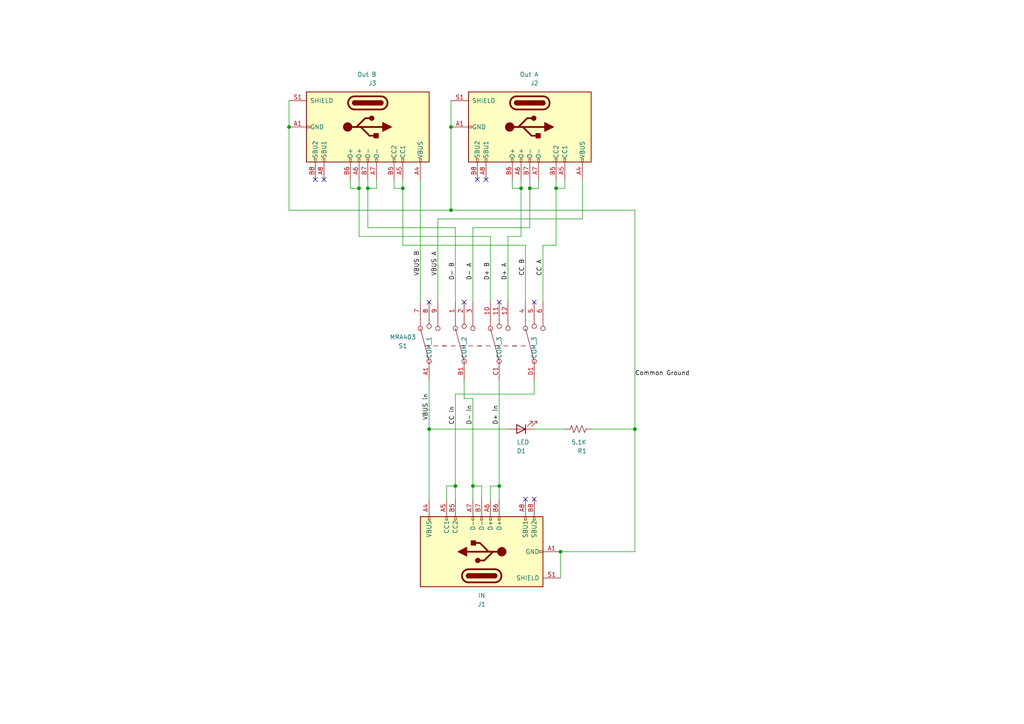
<source format=kicad_sch>
(kicad_sch (version 20211123) (generator eeschema)
  (paper "A4")
  (lib_symbols
    (symbol "Connector:USB_C_Receptacle_USB2.0" (pin_names (offset 1.016))
      (property "Reference" "J" (at -10.16 19.05 0))
      (property "Value" "USB_C_Receptacle_USB2.0" (at 19.05 19.05 0))
      (symbol "USB_C_Receptacle_USB2.0_0_0"
        (rectangle (start -0.254 -17.78) (end 0.254 -16.764))
        (rectangle (start 10.16 -14.986) (end 9.144 -15.494))
        (rectangle (start 10.16 -12.446) (end 9.144 -12.954))
        (rectangle (start 10.16 -4.826) (end 9.144 -5.334))
        (rectangle (start 10.16 -2.286) (end 9.144 -2.794))
        (rectangle (start 10.16 0.254) (end 9.144 -0.254))
        (rectangle (start 10.16 2.794) (end 9.144 2.286))
        (rectangle (start 10.16 7.874) (end 9.144 7.366))
        (rectangle (start 10.16 10.414) (end 9.144 9.906))
        (rectangle (start 10.16 15.494) (end 9.144 14.986))
      )
      (symbol "USB_C_Receptacle_USB2.0_0_1"
        (rectangle (start -10.16 17.78) (end 10.16 -17.78) (stroke (width 0.254)) (fill (type background)))
        (arc (start -8.89 -3.81) (mid -6.985 -5.715) (end -5.08 -3.81) (stroke (width 0.508)))
        (arc (start -7.62 -3.81) (mid -6.985 -4.445) (end -6.35 -3.81) (stroke (width 0.254)))
        (arc (start -7.62 -3.81) (mid -6.985 -4.445) (end -6.35 -3.81) (stroke (width 0.254)) (fill (type outline)))
        (rectangle (start -7.62 -3.81) (end -6.35 3.81) (stroke (width 0.254)) (fill (type outline)))
        (arc (start -6.35 3.81) (mid -6.985 4.445) (end -7.62 3.81) (stroke (width 0.254)))
        (arc (start -6.35 3.81) (mid -6.985 4.445) (end -7.62 3.81) (stroke (width 0.254)) (fill (type outline)))
        (arc (start -5.08 3.81) (mid -6.985 5.715) (end -8.89 3.81) (stroke (width 0.508)))
        (circle (center -2.54 1.143) (radius 0.635) (stroke (width 0.254)) (fill (type outline)))
        (circle (center 0 -5.842) (radius 1.27) (fill (type outline)))
        (polyline (pts (xy -8.89 -3.81) (xy -8.89 3.81)) (stroke (width 0.508)))
        (polyline (pts (xy -5.08 3.81) (xy -5.08 -3.81)) (stroke (width 0.508)))
        (polyline (pts (xy 0 -5.842) (xy 0 4.318)) (stroke (width 0.508)))
        (polyline (pts (xy 0 -3.302) (xy -2.54 -0.762) (xy -2.54 0.508)) (stroke (width 0.508)))
        (polyline (pts (xy 0 -2.032) (xy 2.54 0.508) (xy 2.54 1.778)) (stroke (width 0.508)))
        (polyline (pts (xy -1.27 4.318) (xy 0 6.858) (xy 1.27 4.318) (xy -1.27 4.318)) (stroke (width 0.254)) (fill (type outline)))
        (rectangle (start 1.905 1.778) (end 3.175 3.048) (stroke (width 0.254)) (fill (type outline)))
      )
      (symbol "USB_C_Receptacle_USB2.0_1_1"
        (pin passive line (at 0 -22.86 90) (length 5.08) (name "GND") (number "A1"))
        (pin passive line (at 0 -22.86 90) (length 5.08) hide (name "GND") (number "A12"))
        (pin passive line (at 15.24 15.24 180) (length 5.08) (name "VBUS") (number "A4"))
        (pin bidirectional line (at 15.24 10.16 180) (length 5.08) (name "CC1") (number "A5"))
        (pin bidirectional line (at 15.24 -2.54 180) (length 5.08) (name "D+") (number "A6"))
        (pin bidirectional line (at 15.24 2.54 180) (length 5.08) (name "D-") (number "A7"))
        (pin bidirectional line (at 15.24 -12.7 180) (length 5.08) (name "SBU1") (number "A8"))
        (pin passive line (at 15.24 15.24 180) (length 5.08) hide (name "VBUS") (number "A9"))
        (pin passive line (at 0 -22.86 90) (length 5.08) hide (name "GND") (number "B1"))
        (pin passive line (at 0 -22.86 90) (length 5.08) hide (name "GND") (number "B12"))
        (pin passive line (at 15.24 15.24 180) (length 5.08) hide (name "VBUS") (number "B4"))
        (pin bidirectional line (at 15.24 7.62 180) (length 5.08) (name "CC2") (number "B5"))
        (pin bidirectional line (at 15.24 -5.08 180) (length 5.08) (name "D+") (number "B6"))
        (pin bidirectional line (at 15.24 0 180) (length 5.08) (name "D-") (number "B7"))
        (pin bidirectional line (at 15.24 -15.24 180) (length 5.08) (name "SBU2") (number "B8"))
        (pin passive line (at 15.24 15.24 180) (length 5.08) hide (name "VBUS") (number "B9"))
        (pin passive line (at -7.62 -22.86 90) (length 5.08) (name "SHIELD") (number "S1"))
      )
    )
    (symbol "Device:LED" (pin_numbers hide) (pin_names (offset 1.016) hide)
      (property "Reference" "D" (at 0 2.54 0))
      (property "Value" "LED" (at 0 -2.54 0))
      (symbol "LED_0_1"
        (polyline (pts (xy -1.27 -1.27) (xy -1.27 1.27)) (stroke (width 0.254)))
        (polyline (pts (xy -1.27 0) (xy 1.27 0)))
        (polyline (pts (xy 1.27 -1.27) (xy 1.27 1.27) (xy -1.27 0) (xy 1.27 -1.27)) (stroke (width 0.254)))
        (polyline (pts (xy -3.048 -0.762) (xy -4.572 -2.286) (xy -3.81 -2.286) (xy -4.572 -2.286) (xy -4.572 -1.524)))
        (polyline (pts (xy -1.778 -0.762) (xy -3.302 -2.286) (xy -2.54 -2.286) (xy -3.302 -2.286) (xy -3.302 -1.524)))
      )
      (symbol "LED_1_1"
        (pin passive line (at -3.81 0 0) (length 2.54) (name "K") (number "1"))
        (pin passive line (at 3.81 0 180) (length 2.54) (name "A") (number "2"))
      )
    )
    (symbol "Device:R_US" (pin_numbers hide) (pin_names (offset 0))
      (property "Reference" "R" (at 2.54 0 90))
      (property "Value" "R_US" (at -2.54 0 90))
      (symbol "R_US_0_1"
        (polyline (pts (xy 0 -2.286) (xy 0 -2.54)))
        (polyline (pts (xy 0 2.286) (xy 0 2.54)))
        (polyline (pts (xy 0 -0.762) (xy 1.016 -1.143) (xy 0 -1.524) (xy -1.016 -1.905) (xy 0 -2.286)))
        (polyline (pts (xy 0 0.762) (xy 1.016 0.381) (xy 0 0) (xy -1.016 -0.381) (xy 0 -0.762)))
        (polyline (pts (xy 0 2.286) (xy 1.016 1.905) (xy 0 1.524) (xy -1.016 1.143) (xy 0 0.762)))
      )
      (symbol "R_US_1_1"
        (pin passive line (at 0 3.81 270) (length 1.27) (name "~") (number "1"))
        (pin passive line (at 0 -3.81 90) (length 1.27) (name "~") (number "2"))
      )
    )
    (symbol "MySymbols:MRA403" (pin_names (offset 0.762))
      (property "Reference" "S" (at -25.4 41.91 0))
      (property "Value" "MRA403" (at -27.94 45.72 0))
      (symbol "MRA403_0_0"
        (circle (center -28.575 7.62) (radius 0.635))
        (circle (center -28.575 17.78) (radius 0.635))
        (circle (center -28.575 27.94) (radius 0.635))
        (circle (center -28.575 38.1) (radius 0.635))
        (circle (center -19.05 5.08) (radius 0.635))
        (circle (center -19.05 10.16) (radius 0.635))
        (circle (center -19.05 15.24) (radius 0.635))
        (circle (center -19.05 20.32) (radius 0.635))
        (circle (center -19.05 25.4) (radius 0.635))
        (circle (center -19.05 30.48) (radius 0.635))
        (circle (center -19.05 35.56) (radius 0.635))
        (circle (center -19.05 40.64) (radius 0.635))
        (circle (center -18.415 7.62) (radius 0.635))
        (circle (center -18.415 17.78) (radius 0.635))
        (circle (center -18.415 27.94) (radius 0.635))
        (circle (center -18.415 38.1) (radius 0.635))
        (polyline (pts (xy -28.575 7.62) (xy -19.05 10.16)))
        (polyline (pts (xy -28.575 17.78) (xy -19.05 20.32)))
        (polyline (pts (xy -28.575 27.94) (xy -19.05 30.48)))
        (polyline (pts (xy -28.575 38.1) (xy -19.05 40.64)))
        (polyline (pts (xy -24.13 10.16) (xy -24.13 11.43)))
        (polyline (pts (xy -24.13 12.7) (xy -24.13 13.97)))
        (polyline (pts (xy -24.13 12.7) (xy -24.13 13.97)))
        (polyline (pts (xy -24.13 15.24) (xy -24.13 16.51)))
        (polyline (pts (xy -24.13 17.78) (xy -24.13 19.05)))
        (polyline (pts (xy -24.13 20.32) (xy -24.13 21.59)))
        (polyline (pts (xy -24.13 22.86) (xy -24.13 24.13)))
        (polyline (pts (xy -24.13 22.86) (xy -24.13 24.13)))
        (polyline (pts (xy -24.13 25.4) (xy -24.13 26.67)))
        (polyline (pts (xy -24.13 27.94) (xy -24.13 29.21)))
        (polyline (pts (xy -24.13 30.48) (xy -24.13 31.75)))
        (polyline (pts (xy -24.13 33.02) (xy -24.13 34.29)))
        (polyline (pts (xy -24.13 33.02) (xy -24.13 34.29)))
        (polyline (pts (xy -24.13 35.56) (xy -24.13 36.83)))
        (polyline (pts (xy -24.13 38.1) (xy -24.13 39.37)))
        (polyline (pts (xy -18.415 5.08) (xy -16.51 5.08)))
        (polyline (pts (xy -18.415 10.16) (xy -16.51 10.16)))
        (polyline (pts (xy -18.415 15.24) (xy -16.51 15.24)))
        (polyline (pts (xy -18.415 20.32) (xy -16.51 20.32)))
        (polyline (pts (xy -18.415 25.4) (xy -16.51 25.4)))
        (polyline (pts (xy -18.415 30.48) (xy -16.51 30.48)))
        (polyline (pts (xy -18.415 35.56) (xy -16.51 35.56)))
        (polyline (pts (xy -18.415 40.64) (xy -16.51 40.64)))
        (polyline (pts (xy -17.78 7.62) (xy -16.51 7.62)))
        (polyline (pts (xy -17.78 17.78) (xy -16.51 17.78)))
        (polyline (pts (xy -17.78 27.94) (xy -16.51 27.94)))
        (polyline (pts (xy -17.78 38.1) (xy -16.51 38.1)))
        (pin passive line (at -11.43 30.48 180) (length 5.08) (name "") (number "1"))
        (pin passive line (at -11.43 20.32 180) (length 5.08) (name "") (number "10"))
        (pin passive line (at -11.43 17.78 180) (length 5.08) (name "") (number "11"))
        (pin passive line (at -11.43 15.24 180) (length 5.08) (name "") (number "12"))
        (pin passive line (at -11.43 27.94 180) (length 5.08) (name "") (number "2"))
        (pin passive line (at -11.43 25.4 180) (length 5.08) (name "") (number "3"))
        (pin passive line (at -11.43 10.16 180) (length 5.08) (name "") (number "4"))
        (pin passive line (at -11.43 7.62 180) (length 5.08) (name "") (number "5"))
        (pin passive line (at -11.43 5.08 180) (length 5.08) (name "") (number "6"))
        (pin passive line (at -11.43 40.64 180) (length 5.08) (name "") (number "7"))
        (pin passive line (at -11.43 38.1 180) (length 5.08) (name "") (number "8"))
        (pin passive line (at -11.43 35.56 180) (length 5.08) (name "") (number "9"))
        (pin passive line (at -34.29 38.1 0) (length 5.7) (name "COM_1") (number "A1"))
        (pin passive line (at -34.29 27.94 0) (length 5.7) (name "COM_2") (number "B1"))
        (pin passive line (at -34.29 17.78 0) (length 5.7) (name "COM_3") (number "C1"))
        (pin passive line (at -34.29 7.62 0) (length 5.7) (name "COM_3") (number "D1"))
      )
    )
  )
  (junction (at 116.84 54.61))
  (junction (at 132.08 140.97))
  (junction (at 144.78 140.97))
  (junction (at 153.67 54.61))
  (junction (at 104.14 54.61))
  (junction (at 184.15 124.46))
  (junction (at 130.81 60.96))
  (junction (at 130.81 36.83))
  (junction (at 137.16 140.97))
  (junction (at 124.46 124.46))
  (junction (at 106.68 54.61))
  (junction (at 162.56 160.02))
  (junction (at 151.13 54.61))
  (junction (at 161.29 54.61))
  (junction (at 83.82 36.83))
  (no_connect (at 138.43 52.07))
  (no_connect (at 140.97 52.07))
  (no_connect (at 91.44 52.07))
  (no_connect (at 93.98 52.07))
  (no_connect (at 152.4 144.78))
  (no_connect (at 154.94 144.78))
  (no_connect (at 124.46 87.63))
  (no_connect (at 154.94 87.63))
  (no_connect (at 134.62 87.63))
  (no_connect (at 144.78 87.63))
  (wire (pts (xy 151.13 68.58) (xy 151.13 54.61)))
  (wire (pts (xy 104.14 54.61) (xy 104.14 52.07)))
  (wire (pts (xy 130.81 60.96) (xy 184.15 60.96)))
  (wire (pts (xy 124.46 144.78) (xy 124.46 124.46)))
  (wire (pts (xy 142.24 68.58) (xy 104.14 68.58)))
  (wire (pts (xy 106.68 66.04) (xy 106.68 54.61)))
  (wire (pts (xy 134.62 115.57) (xy 134.62 110.49)))
  (wire (pts (xy 157.48 87.63) (xy 157.48 71.12)))
  (wire (pts (xy 124.46 124.46) (xy 124.46 110.49)))
  (wire (pts (xy 83.82 60.96) (xy 130.81 60.96)))
  (wire (pts (xy 139.7 144.78) (xy 139.7 140.97)))
  (wire (pts (xy 151.13 54.61) (xy 151.13 52.07)))
  (wire (pts (xy 144.78 140.97) (xy 144.78 110.49)))
  (wire (pts (xy 152.4 71.12) (xy 116.84 71.12)))
  (wire (pts (xy 132.08 144.78) (xy 132.08 140.97)))
  (wire (pts (xy 161.29 54.61) (xy 161.29 52.07)))
  (wire (pts (xy 116.84 54.61) (xy 114.3 54.61)))
  (wire (pts (xy 184.15 160.02) (xy 184.15 124.46)))
  (wire (pts (xy 142.24 87.63) (xy 142.24 68.58)))
  (wire (pts (xy 137.16 115.57) (xy 134.62 115.57)))
  (wire (pts (xy 148.59 54.61) (xy 151.13 54.61)))
  (wire (pts (xy 142.24 144.78) (xy 142.24 140.97)))
  (wire (pts (xy 154.94 124.46) (xy 163.83 124.46)))
  (wire (pts (xy 161.29 71.12) (xy 161.29 54.61)))
  (wire (pts (xy 137.16 87.63) (xy 137.16 66.04)))
  (wire (pts (xy 171.45 124.46) (xy 184.15 124.46)))
  (wire (pts (xy 142.24 140.97) (xy 144.78 140.97)))
  (wire (pts (xy 106.68 66.04) (xy 132.08 66.04)))
  (wire (pts (xy 109.22 52.07) (xy 109.22 54.61)))
  (wire (pts (xy 104.14 54.61) (xy 101.6 54.61)))
  (wire (pts (xy 116.84 71.12) (xy 116.84 54.61)))
  (wire (pts (xy 153.67 54.61) (xy 156.21 54.61)))
  (wire (pts (xy 129.54 144.78) (xy 129.54 140.97)))
  (wire (pts (xy 153.67 66.04) (xy 153.67 54.61)))
  (wire (pts (xy 137.16 140.97) (xy 137.16 115.57)))
  (wire (pts (xy 154.94 114.3) (xy 154.94 110.49)))
  (wire (pts (xy 101.6 54.61) (xy 101.6 52.07)))
  (wire (pts (xy 137.16 144.78) (xy 137.16 140.97)))
  (wire (pts (xy 132.08 87.63) (xy 132.08 66.04)))
  (wire (pts (xy 114.3 54.61) (xy 114.3 52.07)))
  (wire (pts (xy 132.08 114.3) (xy 154.94 114.3)))
  (wire (pts (xy 109.22 54.61) (xy 106.68 54.61)))
  (wire (pts (xy 139.7 140.97) (xy 137.16 140.97)))
  (wire (pts (xy 130.81 36.83) (xy 130.81 60.96)))
  (wire (pts (xy 121.92 87.63) (xy 121.92 52.07)))
  (wire (pts (xy 162.56 160.02) (xy 162.56 167.64)))
  (wire (pts (xy 130.81 29.21) (xy 130.81 36.83)))
  (wire (pts (xy 161.29 54.61) (xy 163.83 54.61)))
  (wire (pts (xy 148.59 52.07) (xy 148.59 54.61)))
  (wire (pts (xy 168.91 63.5) (xy 168.91 52.07)))
  (wire (pts (xy 83.82 60.96) (xy 83.82 36.83)))
  (wire (pts (xy 144.78 144.78) (xy 144.78 140.97)))
  (wire (pts (xy 156.21 54.61) (xy 156.21 52.07)))
  (wire (pts (xy 151.13 68.58) (xy 147.32 68.58)))
  (wire (pts (xy 127 87.63) (xy 127 63.5)))
  (wire (pts (xy 116.84 54.61) (xy 116.84 52.07)))
  (wire (pts (xy 157.48 71.12) (xy 161.29 71.12)))
  (wire (pts (xy 106.68 54.61) (xy 106.68 52.07)))
  (wire (pts (xy 153.67 54.61) (xy 153.67 52.07)))
  (wire (pts (xy 162.56 160.02) (xy 184.15 160.02)))
  (wire (pts (xy 104.14 68.58) (xy 104.14 54.61)))
  (wire (pts (xy 163.83 54.61) (xy 163.83 52.07)))
  (wire (pts (xy 137.16 66.04) (xy 153.67 66.04)))
  (wire (pts (xy 147.32 68.58) (xy 147.32 87.63)))
  (wire (pts (xy 124.46 124.46) (xy 147.32 124.46)))
  (wire (pts (xy 132.08 140.97) (xy 129.54 140.97)))
  (wire (pts (xy 132.08 140.97) (xy 132.08 114.3)))
  (wire (pts (xy 184.15 124.46) (xy 184.15 60.96)))
  (wire (pts (xy 152.4 87.63) (xy 152.4 71.12)))
  (wire (pts (xy 83.82 29.21) (xy 83.82 36.83)))
  (wire (pts (xy 127 63.5) (xy 168.91 63.5)))
  (label "Common Ground" (at 184.15 109.22 0))
  (label "VBUS in" (at 124.46 121.92 90))
  (label "CC in" (at 132.08 123.19 90))
  (label "D- A" (at 137.16 81.28 90))
  (label "CC A" (at 157.48 80.01 90))
  (label "D- B" (at 132.08 81.28 90))
  (label "CC B" (at 152.4 80.01 90))
  (label "D- in" (at 137.16 123.19 90))
  (label "VBUS A" (at 127 80.01 90))
  (label "D+ in" (at 144.78 123.19 90))
  (label "D+ A" (at 147.32 81.28 90))
  (label "VBUS B" (at 121.92 80.01 90))
  (label "D+ B" (at 142.24 81.28 90))
  (symbol (lib_id "Device:LED") (at 151.13 124.46 180) (unit 1)
    (property "Reference" "D1" (at 149.86 130.81 0) (effects (justify right)))
    (property "Value" "LED" (at 149.86 128.27 0) (effects (justify right)))
    (property "Footprint" "LED_THT:LED_D5.0mm_Clear" (effects hide))
  )
  (symbol (lib_id "MySymbols:MRA403") (at 162.56 76.2 90) (unit 1)
    (property "Reference" "S1" (at 116.84 100.33 90))
    (property "Value" "MRA403" (at 116.84 97.79 90))
    (property "Footprint" "Library:Rotary_Switch_NKK_MRA403-BB_2-3" (effects hide))
    (property "Height" "	" (effects hide))
    (property "Manufacturer_Name" "NKK Switches" (effects hide))
    (property "Manufacturer_Part_Number" "MRA403" (effects hide))
  )
  (symbol (lib_id "Connector:USB_C_Receptacle_USB2.0") (at 139.7 160.02 90) (unit 1)
    (property "Reference" "J1" (at 139.7 175.26 90))
    (property "Value" "IN" (at 139.7 172.72 90))
    (property "Footprint" "Library:USB_C_Receptacle_JAE_DX07S016JA1R1500_AislerCompatible" (effects hide))
    (property "Datasheet" "https://www.usb.org/sites/default/files/documents/usb_type-c.zip" (effects hide))
  )
  (symbol (lib_id "Device:R_US") (at 167.64 124.46 90) (unit 1)
    (property "Reference" "R1" (at 170.18 130.81 90) (effects (justify left)))
    (property "Value" "5.1K" (at 170.18 128.27 90) (effects (justify left)))
    (property "Footprint" "Resistor_THT:R_Axial_DIN0207_L6.3mm_D2.5mm_P10.16mm_Horizontal" (effects hide))
  )
  (symbol (lib_id "Connector:USB_C_Receptacle_USB2.0") (at 106.68 36.83 270) (unit 1)
    (property "Reference" "J3" (at 109.22 24.1301 90) (effects (justify right)))
    (property "Value" "Out B" (at 109.22 21.5901 90) (effects (justify right)))
    (property "Footprint" "Library:USB_C_Receptacle_JAE_DX07S016JA1R1500_AislerCompatible" (effects hide))
    (property "Datasheet" "https://www.usb.org/sites/default/files/documents/usb_type-c.zip" (effects hide))
  )
  (symbol (lib_id "Connector:USB_C_Receptacle_USB2.0") (at 153.67 36.83 270) (unit 1)
    (property "Reference" "J2" (at 156.21 24.1301 90) (effects (justify right)))
    (property "Value" "Out A" (at 156.21 21.5901 90) (effects (justify right)))
    (property "Footprint" "Library:USB_C_Receptacle_JAE_DX07S016JA1R1500_AislerCompatible" (effects hide))
    (property "Datasheet" "https://www.usb.org/sites/default/files/documents/usb_type-c.zip" (effects hide))
  )
)
</source>
